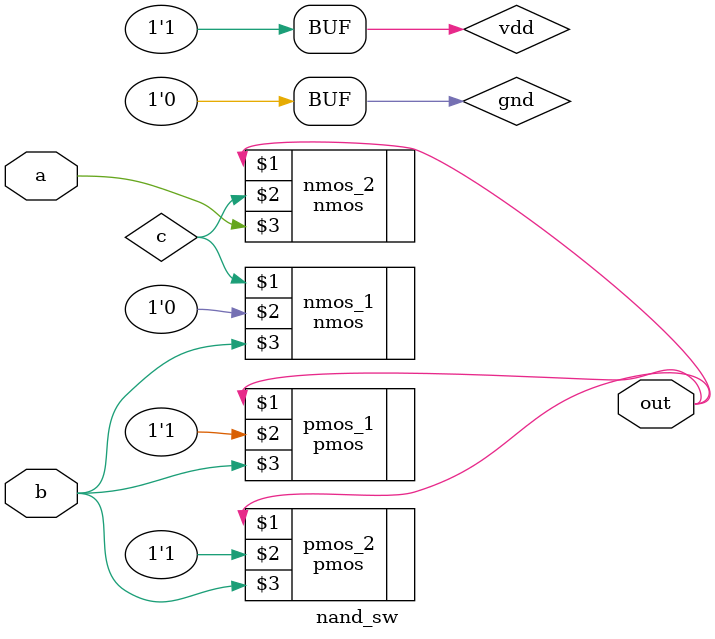
<source format=v>
`timescale 1ns / 1ps


module nand_sw( input a,b,output out);
wire c;
supply0 gnd;
supply1 vdd;
pmos pmos_1(out,vdd,b);
pmos pmos_2(out,vdd,b);
nmos nmos_1(c,gnd,b);
nmos nmos_2(out,c,a);
endmodule

</source>
